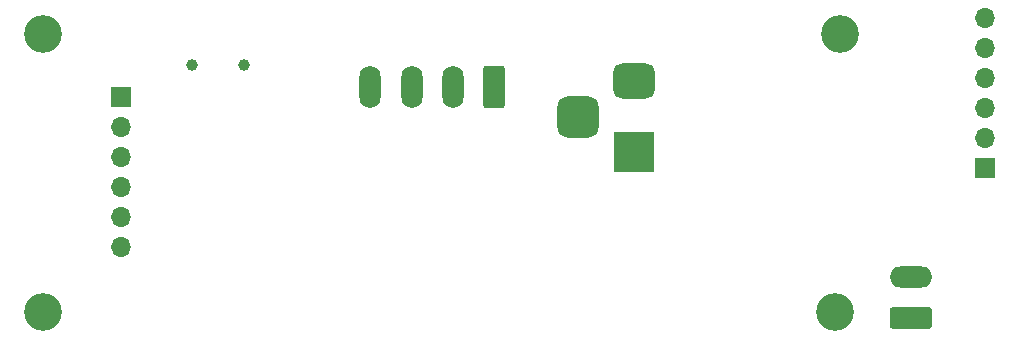
<source format=gbr>
%TF.GenerationSoftware,KiCad,Pcbnew,8.0.2*%
%TF.CreationDate,2024-12-30T14:19:07+01:00*%
%TF.ProjectId,MasterOfAccessories,4d617374-6572-44f6-9641-63636573736f,rev?*%
%TF.SameCoordinates,Original*%
%TF.FileFunction,Soldermask,Bot*%
%TF.FilePolarity,Negative*%
%FSLAX46Y46*%
G04 Gerber Fmt 4.6, Leading zero omitted, Abs format (unit mm)*
G04 Created by KiCad (PCBNEW 8.0.2) date 2024-12-30 14:19:07*
%MOMM*%
%LPD*%
G01*
G04 APERTURE LIST*
G04 Aperture macros list*
%AMRoundRect*
0 Rectangle with rounded corners*
0 $1 Rounding radius*
0 $2 $3 $4 $5 $6 $7 $8 $9 X,Y pos of 4 corners*
0 Add a 4 corners polygon primitive as box body*
4,1,4,$2,$3,$4,$5,$6,$7,$8,$9,$2,$3,0*
0 Add four circle primitives for the rounded corners*
1,1,$1+$1,$2,$3*
1,1,$1+$1,$4,$5*
1,1,$1+$1,$6,$7*
1,1,$1+$1,$8,$9*
0 Add four rect primitives between the rounded corners*
20,1,$1+$1,$2,$3,$4,$5,0*
20,1,$1+$1,$4,$5,$6,$7,0*
20,1,$1+$1,$6,$7,$8,$9,0*
20,1,$1+$1,$8,$9,$2,$3,0*%
G04 Aperture macros list end*
%ADD10C,3.200000*%
%ADD11RoundRect,0.875000X-0.875000X0.875000X-0.875000X-0.875000X0.875000X-0.875000X0.875000X0.875000X0*%
%ADD12RoundRect,0.750000X-1.000000X0.750000X-1.000000X-0.750000X1.000000X-0.750000X1.000000X0.750000X0*%
%ADD13R,3.500000X3.500000*%
%ADD14O,1.700000X1.700000*%
%ADD15R,1.700000X1.700000*%
%ADD16C,1.000000*%
%ADD17RoundRect,0.250000X0.650000X1.550000X-0.650000X1.550000X-0.650000X-1.550000X0.650000X-1.550000X0*%
%ADD18O,1.800000X3.600000*%
%ADD19RoundRect,0.250000X1.550000X-0.650000X1.550000X0.650000X-1.550000X0.650000X-1.550000X-0.650000X0*%
%ADD20O,3.600000X1.800000*%
G04 APERTURE END LIST*
D10*
%TO.C,REF\u002A\u002A*%
X243000000Y-113000000D03*
%TD*%
D11*
%TO.C,J301*%
X221300000Y-96472000D03*
D12*
X226000000Y-93472000D03*
D13*
X226000000Y-99472000D03*
%TD*%
D10*
%TO.C,REF\u002A\u002A*%
X176000000Y-89500000D03*
%TD*%
%TO.C,REF\u002A\u002A*%
X243500000Y-89500000D03*
%TD*%
D14*
%TO.C,J601*%
X182598000Y-107500000D03*
X182598000Y-104960000D03*
X182598000Y-102420000D03*
X182598000Y-99880000D03*
X182598000Y-97340000D03*
D15*
X182598000Y-94800000D03*
%TD*%
D16*
%TO.C,J501*%
X188600000Y-92075000D03*
X193000000Y-92075000D03*
%TD*%
D15*
%TO.C,J201*%
X255761000Y-100838000D03*
D14*
X255761000Y-98298000D03*
X255761000Y-95758000D03*
X255761000Y-93218000D03*
X255761000Y-90678000D03*
X255761000Y-88138000D03*
%TD*%
D10*
%TO.C,REF\u002A\u002A*%
X176000000Y-113000000D03*
%TD*%
D17*
%TO.C,J401*%
X214195000Y-93932500D03*
D18*
X210695000Y-93932500D03*
X207195000Y-93932500D03*
X203695000Y-93932500D03*
%TD*%
D19*
%TO.C,J901*%
X249500000Y-113500000D03*
D20*
X249500000Y-110000000D03*
%TD*%
M02*

</source>
